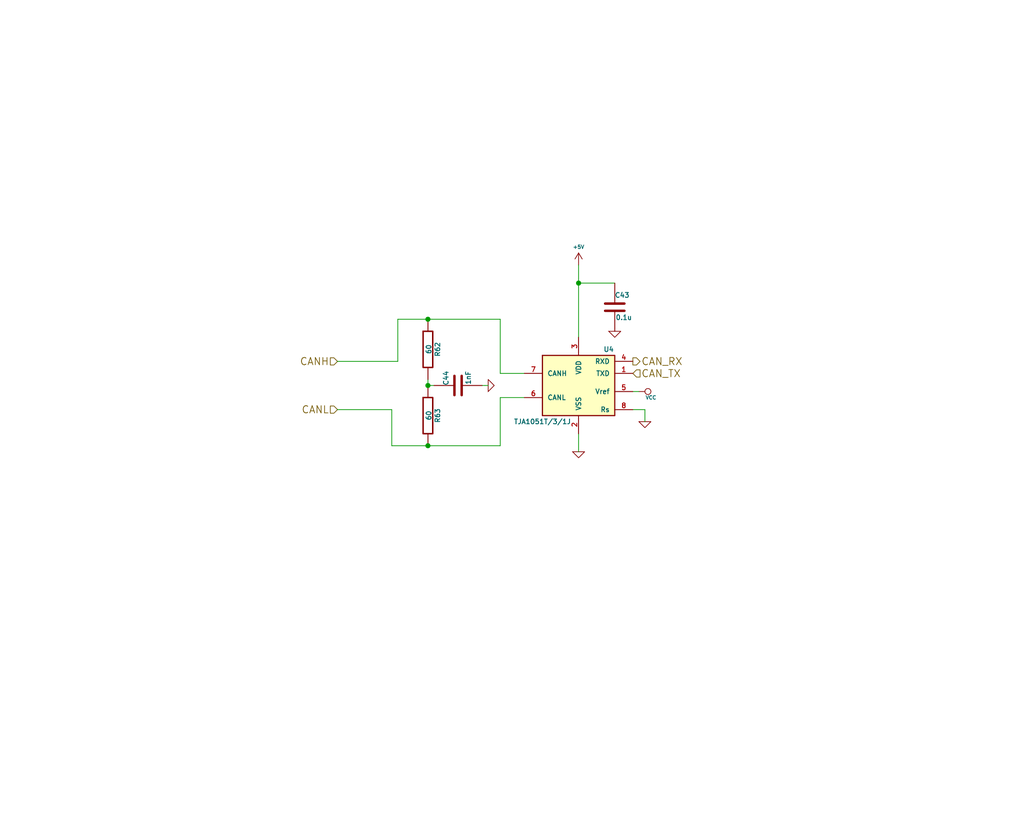
<source format=kicad_sch>
(kicad_sch (version 20230121) (generator eeschema)
  (paper "User" 215.798 175.412)
  (title_block (title "Cheap FOCer 2") (date "2020-04-08") (rev "0.9") (company "Shaman Systems") (comment 1 "Root") (comment 4 "Top level"))
  (lib_symbols
    (symbol "BLDC_4-rescue:+5V" (power) (pin_names (offset 0))
      (property "Value" "+5V" (at 0 3.556 0))
      (symbol "+5V_0_1"
        (polyline (pts (xy -0.762 1.27) (xy 0 2.54)))
        (polyline (pts (xy 0 0) (xy 0 2.54)))
        (polyline (pts (xy 0 2.54) (xy 0.762 1.27)))
      )
      (symbol "+5V_1_1"
        (pin power_in line (at 0 0 90) (length 0) hide (name "+5V") (number "1"))
      )
    )
    (symbol "BLDC_4-rescue:C-RESCUE-BLDC_4" (pin_numbers hide) (pin_names (offset 0.254))
      (property "Reference" "C" (at 0 2.54 0))
      (property "Value" "C-RESCUE-BLDC_4" (at 0.1524 -2.159 0))
      (symbol "C-RESCUE-BLDC_4_0_1"
        (polyline (pts (xy -2.032 -0.762) (xy 2.032 -0.762)) (stroke (width 0.508)))
        (polyline (pts (xy -2.032 0.762) (xy 2.032 0.762)) (stroke (width 0.508)))
      )
      (symbol "C-RESCUE-BLDC_4_1_1"
        (pin passive line (at 0 5.08 270) (length 4.318) (name "~") (number "1"))
        (pin passive line (at 0 -5.08 90) (length 4.318) (name "~") (number "2"))
      )
    )
    (symbol "BLDC_4-rescue:GND-RESCUE-BLDC_4" (power) (pin_names (offset 0))
      (symbol "GND-RESCUE-BLDC_4_0_1"
        (polyline (pts (xy -1.27 0) (xy 0 -1.27) (xy 1.27 0) (xy -1.27 0)))
      )
      (symbol "GND-RESCUE-BLDC_4_1_1"
        (pin power_in line (at 0 0 90) (length 0) hide (name "GND") (number "1"))
      )
    )
    (symbol "BLDC_4-rescue:MCP2551-I_SN-RESCUE-BLDC_4" (pin_names (offset 1.016))
      (property "Reference" "IC" (at -6.35 7.62 0))
      (property "Value" "MCP2551-I_SN-RESCUE-BLDC_4" (at 6.35 -7.62 0))
      (property "Footprint" "SO8" (at 0 0 0))
      (symbol "MCP2551-I_SN-RESCUE-BLDC_4_0_1"
        (rectangle (start -7.62 6.35) (end 7.62 -6.35) (stroke (width 0.254)) (fill (type background)))
      )
      (symbol "MCP2551-I_SN-RESCUE-BLDC_4_1_1"
        (pin input line (at -11.43 2.54 0) (length 3.81) (name "TXD") (number "1"))
        (pin power_in line (at 0 -10.16 90) (length 3.81) (name "VSS") (number "2"))
        (pin power_in line (at 0 10.16 270) (length 3.81) (name "VDD") (number "3"))
        (pin output line (at -11.43 5.08 0) (length 3.81) (name "RXD") (number "4"))
        (pin input line (at -11.43 -1.27 0) (length 3.81) (name "Vref") (number "5"))
        (pin bidirectional line (at 11.43 -2.54 180) (length 3.81) (name "CANL") (number "6"))
        (pin bidirectional line (at 11.43 2.54 180) (length 3.81) (name "CANH") (number "7"))
        (pin input line (at -11.43 -5.08 0) (length 3.81) (name "Rs") (number "8"))
      )
    )
    (symbol "BLDC_4-rescue:R-RESCUE-BLDC_4" (pin_numbers hide) (pin_names (offset 0))
      (property "Reference" "R" (at 2.032 0 90))
      (property "Value" "R-RESCUE-BLDC_4" (at 0.1778 0.0254 90))
      (symbol "R-RESCUE-BLDC_4_0_1"
        (rectangle (start -1.016 3.81) (end 1.016 -3.81) (stroke (width 0.3048)))
      )
      (symbol "R-RESCUE-BLDC_4_1_1"
        (pin passive line (at 0 6.35 270) (length 2.54) (name "~") (number "1"))
        (pin passive line (at 0 -6.35 90) (length 2.54) (name "~") (number "2"))
      )
    )
    (symbol "BLDC_4-rescue:VCC" (power) (pin_names (offset 0))
      (property "Value" "VCC" (at 0 3.81 0))
      (symbol "VCC_0_1"
        (polyline (pts (xy 0 0) (xy 0 1.27)))
        (circle (center 0 1.905) (radius 0.635))
      )
      (symbol "VCC_1_1"
        (pin power_in line (at 0 0 90) (length 0) hide (name "VCC") (number "1"))
      )
    )
  )
  (junction (at 90.17 81.28))
  (junction (at 90.17 93.98))
  (junction (at 90.17 67.31))
  (junction (at 121.92 59.69))
  (wire (pts (xy 105.41 78.74) (xy 105.41 67.31)))
  (wire (pts (xy 82.55 86.36) (xy 82.55 93.98)))
  (wire (pts (xy 105.41 67.31) (xy 90.17 67.31)))
  (wire (pts (xy 110.49 78.74) (xy 105.41 78.74)))
  (wire (pts (xy 135.89 88.9) (xy 135.89 86.36)))
  (wire (pts (xy 121.92 55.88) (xy 121.92 59.69)))
  (wire (pts (xy 71.12 86.36) (xy 82.55 86.36)))
  (wire (pts (xy 105.41 83.82) (xy 110.49 83.82)))
  (wire (pts (xy 134.62 82.55) (xy 133.35 82.55)))
  (wire (pts (xy 105.41 83.82) (xy 105.41 93.98)))
  (wire (pts (xy 90.17 80.01) (xy 90.17 81.28)))
  (wire (pts (xy 83.82 76.2) (xy 83.82 67.31)))
  (wire (pts (xy 121.92 59.69) (xy 121.92 71.12)))
  (wire (pts (xy 102.87 81.28) (xy 101.6 81.28)))
  (wire (pts (xy 129.54 59.69) (xy 121.92 59.69)))
  (wire (pts (xy 91.44 81.28) (xy 90.17 81.28)))
  (wire (pts (xy 135.89 86.36) (xy 133.35 86.36)))
  (wire (pts (xy 82.55 93.98) (xy 90.17 93.98)))
  (wire (pts (xy 121.92 91.44) (xy 121.92 95.25)))
  (wire (pts (xy 105.41 93.98) (xy 90.17 93.98)))
  (wire (pts (xy 83.82 67.31) (xy 90.17 67.31)))
  (wire (pts (xy 71.12 76.2) (xy 83.82 76.2)))
  (hierarchical_label "CAN_RX" (shape output) (at 133.35 76.2 0) (effects (font (size 1.524 1.524))))
  (hierarchical_label "CANL" (shape input) (at 71.12 86.36 180) (effects (font (size 1.524 1.524))))
  (hierarchical_label "CANH" (shape input) (at 71.12 76.2 180) (effects (font (size 1.524 1.524))))
  (hierarchical_label "CAN_TX" (shape input) (at 133.35 78.74 0) (effects (font (size 1.524 1.524))))
  (symbol (lib_id "BLDC_4-rescue:MCP2551-I_SN-RESCUE-BLDC_4") (at 121.92 81.28 0) (mirror y) (unit 1)
    (property "Reference" "U4" (at 128.27 73.66 0) (effects (font (size 1.016 1.016))))
    (property "Value" "TJA1051T/3/1J" (at 114.3 88.9 0) (effects (font (size 1.016 1.016))))
    (property "Footprint" "Package_SO:SOIC-8_3.9x4.9mm_P1.27mm" (effects hide))
  )
  (symbol (lib_id "BLDC_4-rescue:GND-RESCUE-BLDC_4") (at 129.54 69.85 0) (unit 1)
    (property "Reference" "#PWR065" (effects hide))
    (property "Value" "GND" (effects hide))
  )
  (symbol (lib_id "BLDC_4-rescue:GND-RESCUE-BLDC_4") (at 121.92 95.25 0) (unit 1)
    (property "Reference" "#PWR069" (effects hide))
    (property "Value" "GND" (effects hide))
  )
  (symbol (lib_id "BLDC_4-rescue:C-RESCUE-BLDC_4") (at 129.54 64.77 0) (unit 1)
    (property "Reference" "C43" (at 129.54 62.23 0) (effects (font (size 1.016 1.016)) (justify left)))
    (property "Value" "0.1u" (at 129.6924 66.929 0) (effects (font (size 1.016 1.016)) (justify left)))
    (property "Footprint" "Capacitor_SMD:C_0603_1608Metric" (effects hide))
  )
  (symbol (lib_id "BLDC_4-rescue:R-RESCUE-BLDC_4") (at 90.17 73.66 0) (unit 1)
    (property "Reference" "R62" (at 92.202 73.66 90) (effects (font (size 1.016 1.016))))
    (property "Value" "60" (at 90.3478 73.6346 90) (effects (font (size 1.016 1.016))))
    (property "Footprint" "Resistor_SMD:R_0603_1608Metric" (effects hide))
  )
  (symbol (lib_id "BLDC_4-rescue:GND-RESCUE-BLDC_4") (at 135.89 88.9 0) (unit 1)
    (property "Reference" "#PWR068" (effects hide))
    (property "Value" "GND" (effects hide))
  )
  (symbol (lib_id "BLDC_4-rescue:+5V") (at 121.92 55.88 0) (unit 1)
    (property "Reference" "#PWR064" (effects hide))
    (property "Value" "+5V" (at 121.92 52.07 0) (effects (font (size 0.762 0.762))))
    (instances (project "Cheap FOCer 2 60mm" (path "" (reference "#PWR064") (unit 1)) (path "" (reference "#PWR?") (unit 1))))
  )
  (symbol (lib_id "BLDC_4-rescue:R-RESCUE-BLDC_4") (at 90.17 87.63 0) (unit 1)
    (property "Reference" "R63" (at 92.202 87.63 90) (effects (font (size 1.016 1.016))))
    (property "Value" "60" (at 90.3478 87.6046 90) (effects (font (size 1.016 1.016))))
    (property "Footprint" "Resistor_SMD:R_0603_1608Metric" (effects hide))
  )
  (symbol (lib_id "BLDC_4-rescue:C-RESCUE-BLDC_4") (at 96.52 81.28 90) (unit 1)
    (property "Reference" "C44" (at 93.98 81.28 0) (effects (font (size 1.016 1.016)) (justify left)))
    (property "Value" "1nF" (at 98.679 81.1276 0) (effects (font (size 1.016 1.016)) (justify left)))
    (property "Footprint" "Capacitor_SMD:C_0603_1608Metric" (effects hide))
  )
  (symbol (lib_id "BLDC_4-rescue:GND-RESCUE-BLDC_4") (at 102.87 81.28 90) (unit 1)
    (property "Reference" "#PWR066" (effects hide))
    (property "Value" "GND" (effects hide))
  )
  (symbol (lib_id "BLDC_4-rescue:VCC") (at 134.62 82.55 270) (unit 1)
    (property "Reference" "#PWR067" (effects hide))
    (property "Value" "VCC" (at 137.16 83.82 90) (effects (font (size 0.762 0.762))))
    (instances (project "Cheap FOCer 2 60mm" (path "" (reference "#PWR067") (unit 1)) (path "" (reference "#PWR?") (unit 1))))
  )
)
</source>
